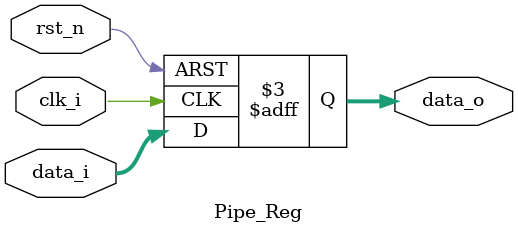
<source format=v>
module Pipe_Reg (
  clk_i,
  rst_n,
  data_i,
  data_o
);

  parameter size = 64;

  //I/O ports
  input clk_i;
  input rst_n;
  input [size-1:0] data_i;

  output [size-1:0] data_o;

  //Internal Signals
  reg [size-1:0] data_o;

  //Main function
  /*your code here*/
  always @(posedge clk_i or negedge rst_n) begin
	  if (~rst_n)
		  data_o <= 0;
	  else
		  data_o <= data_i;
end
endmodule

</source>
